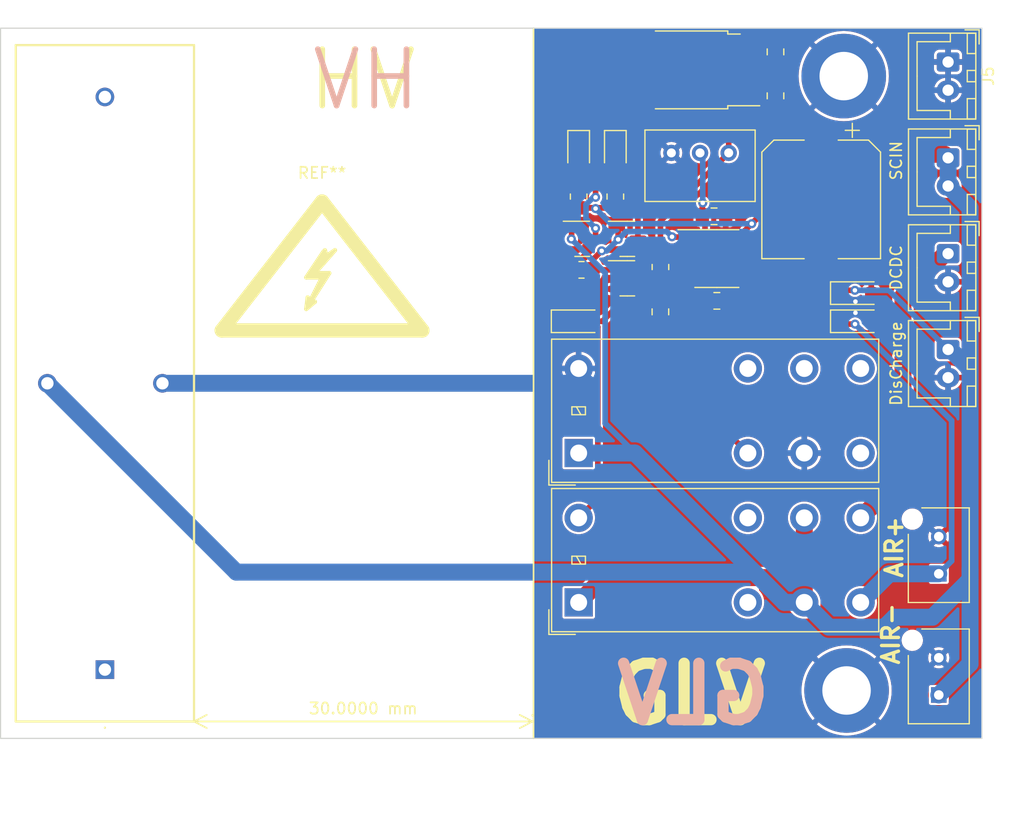
<source format=kicad_pcb>
(kicad_pcb (version 20221018) (generator pcbnew)
  (layers (0 "F.Cu" signal) (31 "B.Cu" signal) (34 "B.Paste" user) (35 "F.Paste" user) (36 "B.SilkS" user "B.Silkscreen") (37 "F.SilkS" user "F.Silkscreen") (38 "B.Mask" user) (39 "F.Mask" user) (44 "Edge.Cuts" user))
  (net 0 "")
  (net 1 "GND")
  (net 2 "Discharge")
  (net 3 "Net-(U1A--)")
  (net 4 "Net-(D1-A)")
  (net 5 "Net-(D2-K)")
  (net 6 "Net-(D2-A)")
  (net 7 "SC_IN")
  (net 8 "Net-(D3-K)")
  (net 9 "Net-(D3-A)")
  (net 12 "Net-(Q1-G)")
  (net 15 "AIR+")
  (net 20 "DCDC_CRTL")
  (net 21 "+5V")
  (footprint "LED_SMD:LED_0805_2012Metric_Pad1.15x1.40mm_HandSolder" (layer "F.Cu") (at 74.5 105.9375 -90)
    (fp_text reference "D2" hide)
    (fp_text value "RED")
    (pad "1" smd roundrect (at -1.025 0 270) (size 1.15 1.4) (layers "F.Cu" "F.Paste" "F.Mask") (roundrect_rratio 0.217391) (net 5 "Net-(D2-K)"))
    (pad "2" smd roundrect (at 1.025 0 270) (size 1.15 1.4) (layers "F.Cu" "F.Paste" "F.Mask") (roundrect_rratio 0.217391) (net 6 "Net-(D2-A)"))
  )
  (footprint "Capacitor_SMD:CP_Elec_10x10" (layer "F.Cu") (at 92.75 110.1875 -90)
    (fp_text reference "C2" hide)
    (fp_text value "100u")
    (pad "1" smd roundrect (at -4 0 270) (size 4 2.5) (layers "F.Cu" "F.Paste" "F.Mask") (roundrect_rratio 0.1) (net 7 "SC_IN"))
    (pad "2" smd roundrect (at 4 0 270) (size 4 2.5) (layers "F.Cu" "F.Paste" "F.Mask") (roundrect_rratio 0.1) (net 1 "GND"))
  )
  (footprint "Potentiometer_THT:Potentiometer_Bourns_3299W_Vertical" (layer "F.Cu") (at 84.55 106.0625)
    (fp_text reference "RV1" hide)
    (fp_text value "R_Potentiometer")
    (pad "1" thru_hole circle (at 0 0) (size 1.44 1.44) (drill 0.8) (layers "*.Cu" "*.Mask") (net 21 "+5V"))
    (pad "2" thru_hole circle (at -2.54 0) (size 1.44 1.44) (drill 0.8) (layers "*.Cu" "*.Mask") (net 3 "Net-(U1A--)"))
    (pad "3" thru_hole circle (at -5.08 0) (size 1.44 1.44) (drill 0.8) (layers "*.Cu" "*.Mask") (net 1 "GND"))
  )
  (footprint "Resistor_SMD:R_0805_2012Metric_Pad1.20x1.40mm_HandSolder" (layer "F.Cu") (at 78.5 116.1875 -90)
    (fp_text reference "R7" hide)
    (fp_text value "10k")
    (pad "1" smd roundrect (at -1 0 270) (size 1.2 1.4) (layers "F.Cu" "F.Paste" "F.Mask") (roundrect_rratio 0.208333) (net 21 "+5V"))
    (pad "2" smd roundrect (at 1 0 270) (size 1.2 1.4) (layers "F.Cu" "F.Paste" "F.Mask") (roundrect_rratio 0.208333) (net 2 "Discharge"))
  )
  (footprint "Package_TO_SOT_SMD:TO-252-3_TabPin2" (layer "F.Cu") (at 81.16 98.7 180)
    (fp_text reference "U2" hide)
    (fp_text value "L7805")
    (pad "1" smd roundrect (at -5.04 -2.28 180) (size 2.2 1.2) (layers "F.Cu" "F.Paste" "F.Mask") (roundrect_rratio 0.208333) (net 7 "SC_IN"))
    (pad "2" smd roundrect (at -5.04 0 180) (size 2.2 1.2) (layers "F.Cu" "F.Paste" "F.Mask") (roundrect_rratio 0.208333) (net 1 "GND"))
    (pad "2" smd roundrect (at -0.415 -1.525 180) (size 3.05 2.75) (layers "F.Cu" "F.Paste") (roundrect_rratio 0.090909) (net 1 "GND"))
    (pad "2" smd roundrect (at -0.415 1.525 180) (size 3.05 2.75) (layers "F.Cu" "F.Paste") (roundrect_rratio 0.090909) (net 1 "GND"))
    (pad "2" smd roundrect (at 1.26 0 180) (size 6.4 5.8) (layers "F.Cu" "F.Mask") (roundrect_rratio 0.043103) (net 1 "GND"))
    (pad "2" smd roundrect (at 2.935 -1.525 180) (size 3.05 2.75) (layers "F.Cu" "F.Paste") (roundrect_rratio 0.090909) (net 1 "GND"))
    (pad "2" smd roundrect (at 2.935 1.525 180) (size 3.05 2.75) (layers "F.Cu" "F.Paste") (roundrect_rratio 0.090909) (net 1 "GND"))
    (pad "3" smd roundrect (at -5.04 2.28 180) (size 2.2 1.2) (layers "F.Cu" "F.Paste" "F.Mask") (roundrect_rratio 0.208333) (net 21 "+5V"))
  )
  (footprint "SamacSys_Parts:DBT72410" (layer "F.Cu") (at 29.25 151.9 90)
    (fp_text reference "K1" hide)
    (fp_text value "DBT72410" hide)
    (pad "1" thru_hole rect (at 0 0 90) (size 1.65 1.65) (drill 1.1) (layers "*.Cu" "*.Mask"))
    (pad "2" thru_hole circle (at 50.8 0 90) (size 1.65 1.65) (drill 1.1) (layers "*.Cu" "*.Mask"))
    (pad "3" thru_hole circle (at 25.4 5.1 90) (size 1.65 1.65) (drill 1.1) (layers "*.Cu" "*.Mask") (net 1 "GND"))
    (pad "4" thru_hole circle (at 25.4 -5.1 90) (size 1.65 1.65) (drill 1.1) (layers "*.Cu" "*.Mask") (net 7 "SC_IN"))
  )
  (footprint "Capacitor_SMD:C_0805_2012Metric_Pad1.18x1.45mm_HandSolder" (layer "F.Cu") (at 78.495 120.1625 -90)
    (fp_text reference "C1" hide)
    (fp_text value "10u")
    (pad "1" smd roundrect (at -1.0375 0 270) (size 1.175 1.45) (layers "F.Cu" "F.Paste" "F.Mask") (roundrect_rratio 0.212766) (net 2 "Discharge"))
    (pad "2" smd roundrect (at 1.0375 0 270) (size 1.175 1.45) (layers "F.Cu" "F.Paste" "F.Mask") (roundrect_rratio 0.212766) (net 1 "GND"))
  )
  (footprint "Diode_SMD:D_SOD-123F" (layer "F.Cu") (at 95.7875 121)
    (fp_text reference "D5" hide)
    (fp_text value "1N4001")
    (pad "1" smd roundrect (at -1.4 0) (size 1.1 1.1) (layers "F.Cu" "F.Paste" "F.Mask") (roundrect_rratio 0.2272727273) (net 15 "AIR+"))
    (pad "2" smd roundrect (at 1.4 0) (size 1.1 1.1) (layers "F.Cu" "F.Paste" "F.Mask") (roundrect_rratio 0.2272727273) (net 1 "GND"))
  )
  (footprint "Package_TO_SOT_SMD:SOT-23" (layer "F.Cu") (at 75.5625 117.1875)
    (fp_text reference "Q1" hide)
    (fp_text value "2N7002")
    (pad "1" smd roundrect (at -0.9375 -0.95) (size 1.475 0.6) (layers "F.Cu" "F.Paste" "F.Mask") (net 12 "Net-(Q1-G)"))
    (pad "2" smd roundrect (at -0.9375 0.95) (size 1.475 0.6) (layers "F.Cu" "F.Paste" "F.Mask") (net 1 "GND"))
    (pad "3" smd roundrect (at 0.9375 0) (size 1.475 0.6) (layers "F.Cu" "F.Paste" "F.Mask") (net 4 "Net-(D1-A)"))
  )
  (footprint "Connector_JST:JST_XH_B2B-XH-A_1x02_P2.50mm_Vertical" (layer "F.Cu") (at 104 123.5 -90)
    (fp_text reference "J7" hide)
    (fp_text value "DisCharge" (at 1.25 4.6 -90) (layer "F.SilkS"))
    (pad "1" thru_hole roundrect (at 0 0 270) (size 1.7 2) (drill 1) (layers "*.Cu" "*.Mask") (roundrect_rratio 0.147059) (net 7 "SC_IN"))
    (pad "2" thru_hole oval (at 2.5 0 270) (size 1.7 2) (drill 1) (layers "*.Cu" "*.Mask") (net 1 "GND"))
  )
  (footprint "Diode_SMD:D_SOD-123F" (layer "F.Cu") (at 95.7875 118.5)
    (fp_text reference "D4" hide)
    (fp_text value "1N4001")
    (pad "1" smd roundrect (at -1.4 0) (size 1.1 1.1) (layers "F.Cu" "F.Paste" "F.Mask") (roundrect_rratio 0.2272727273) (net 7 "SC_IN"))
    (pad "2" smd roundrect (at 1.4 0) (size 1.1 1.1) (layers "F.Cu" "F.Paste" "F.Mask") (roundrect_rratio 0.2272727273) (net 1 "GND"))
  )
  (footprint "Relay_THT:Relay_DPDT_Omron_G2RL" (layer "F.Cu") (at 71.25 132.6875)
    (fp_text reference "RL2" hide)
    (fp_text value "G2RL-24-DC24")
    (pad "1" thru_hole rect (at 0 0 90) (size 2.5 2.5) (drill 1.5) (layers "*.Cu" "*.Mask") (net 7 "SC_IN"))
    (pad "2" thru_hole oval (at 15 0 90) (size 2.5 2.5) (drill 1.5) (layers "*.Cu" "*.Mask") (net 2 "Discharge"))
    (pad "3" thru_hole oval (at 20 0 90) (size 2.5 2.5) (drill 1.5) (layers "*.Cu" "*.Mask") (net 1 "GND"))
    (pad "4" thru_hole oval (at 25 0 90) (size 2.5 2.5) (drill 1.5) (layers "*.Cu" "*.Mask"))
    (pad "5" thru_hole oval (at 25 -7.5 90) (size 2.5 2.5) (drill 1.5) (layers "*.Cu" "*.Mask"))
    (pad "6" thru_hole oval (at 20 -7.5 90) (size 2.5 2.5) (drill 1.5) (layers "*.Cu" "*.Mask"))
    (pad "7" thru_hole oval (at 15 -7.5 90) (size 2.5 2.5) (drill 1.5) (layers "*.Cu" "*.Mask"))
    (pad "8" thru_hole oval (at 0 -7.5 90) (size 2.5 2.5) (drill 1.5) (layers "*.Cu" "*.Mask") (net 1 "GND"))
  )
  (footprint "Resistor_SMD:R_0805_2012Metric_Pad1.20x1.40mm_HandSolder" (layer "F.Cu") (at 74.5 109.9375 90)
    (fp_text reference "R4" hide)
    (fp_text value "3.9k")
    (pad "1" smd roundrect (at -1 0 90) (size 1.2 1.4) (layers "F.Cu" "F.Paste" "F.Mask") (roundrect_rratio 0.208333) (net 7 "SC_IN"))
    (pad "2" smd roundrect (at 1 0 90) (size 1.2 1.4) (layers "F.Cu" "F.Paste" "F.Mask") (roundrect_rratio 0.208333) (net 6 "Net-(D2-A)"))
  )
  (footprint "Package_SO:SOIC-8_3.9x4.9mm_P1.27mm" (layer "F.Cu") (at 83.5 115.4375)
    (fp_text reference "U1" hide)
    (fp_text value "LM393")
    (pad "1" smd roundrect (at -2.475 -1.905) (size 1.95 0.6) (layers "F.Cu" "F.Paste" "F.Mask") (net 12 "Net-(Q1-G)"))
    (pad "2" smd roundrect (at -2.475 -0.635) (size 1.95 0.6) (layers "F.Cu" "F.Paste" "F.Mask") (net 3 "Net-(U1A--)"))
    (pad "3" smd roundrect (at -2.475 0.635) (size 1.95 0.6) (layers "F.Cu" "F.Paste" "F.Mask") (net 2 "Discharge"))
    (pad "4" smd roundrect (at -2.475 1.905) (size 1.95 0.6) (layers "F.Cu" "F.Paste" "F.Mask") (net 1 "GND"))
    (pad "5" smd roundrect (at 2.475 1.905) (size 1.95 0.6) (layers "F.Cu" "F.Paste" "F.Mask"))
    (pad "6" smd roundrect (at 2.475 0.635) (size 1.95 0.6) (layers "F.Cu" "F.Paste" "F.Mask"))
    (pad "7" smd roundrect (at 2.475 -0.635) (size 1.95 0.6) (layers "F.Cu" "F.Paste" "F.Mask"))
    (pad "8" smd roundrect (at 2.475 -1.905) (size 1.95 0.6) (layers "F.Cu" "F.Paste" "F.Mask") (net 7 "SC_IN"))
  )
  (footprint "Diode_SMD:D_SOD-123F" (layer "F.Cu") (at 71.0375 121)
    (fp_text reference "D1" hide)
    (fp_text value "1N4001")
    (pad "1" smd roundrect (at -1.4 0) (size 1.1 1.1) (layers "F.Cu" "F.Paste" "F.Mask") (roundrect_rratio 0.2272727273) (net 7 "SC_IN"))
    (pad "2" smd roundrect (at 1.4 0) (size 1.1 1.1) (layers "F.Cu" "F.Paste" "F.Mask") (roundrect_rratio 0.2272727273) (net 4 "Net-(D1-A)"))
  )
  (footprint "MountingHole:MountingHole_4.3mm_M4_DIN965_Pad_TopBottom" (layer "F.Cu") (at 94.75 99.25)
    (fp_text reference "H4" hide)
    (fp_text value "MountingHole_Pad")
    (pad "1" thru_hole circle (at 0 0) (size 4.7 4.7) (drill 4.3) (layers "*.Cu" "*.Mask") (net 1 "GND"))
    (pad "1" connect circle (at 0 0) (size 7.5 7.5) (layers "F.Cu" "F.Mask") (net 1 "GND"))
    (pad "1" connect circle (at 0 0) (size 7.5 7.5) (layers "B.Cu" "B.Mask") (net 1 "GND"))
  )
  (footprint "MountingHole:MountingHole_4.3mm_M4_DIN965" (layer "F.Cu") (at 42.5 153.75)
    (fp_text reference "H2" hide)
    (fp_text value "MountingHole")
    (pad "" np_thru_hole circle (at 0 0) (size 4.3 4.3) (drill 4.3) (layers "*.Cu" "*.Mask"))
  )
  (footprint "SamacSys_Parts:DF33C2P33DSA24" (layer "F.Cu") (at 103.175 143.4 90)
    (fp_text reference "J8" hide)
    (fp_text value "AIR+" hide)
    (pad "" np_thru_hole circle (at 4.85 -2.35 90) (size 1.4 1.4) (drill 1.4) (layers "*.Cu" "*.Mask"))
    (pad "1" thru_hole rect (at 0 0 90) (size 1.381 1.381) (drill 0.85) (layers "*.Cu" "*.Mask") (net 15 "AIR+"))
    (pad "2" thru_hole circle (at 3.3 0 90) (size 1.381 1.381) (drill 0.85) (layers "*.Cu" "*.Mask") (net 1 "GND"))
  )
  (footprint "Package_TO_SOT_SMD:SOT-23" (layer "F.Cu") (at 71.5625 113.6875)
    (fp_text reference "Q2" hide)
    (fp_text value "2N7002")
    (pad "1" smd roundrect (at -0.9375 -0.95) (size 1.475 0.6) (layers "F.Cu" "F.Paste" "F.Mask") (net 7 "SC_IN"))
    (pad "2" smd roundrect (at -0.9375 0.95) (size 1.475 0.6) (layers "F.Cu" "F.Paste" "F.Mask") (net 1 "GND"))
    (pad "3" smd roundrect (at 0.9375 0) (size 1.475 0.6) (layers "F.Cu" "F.Paste" "F.Mask") (net 8 "Net-(D3-K)"))
  )
  (footprint "SamacSys_Parts:DF33C2P33DSA24" (layer "F.Cu") (at 103.175 154.15 90)
    (fp_text reference "J9" hide)
    (fp_text value "AIR-" hide)
    (pad "" np_thru_hole circle (at 4.85 -2.35 90) (size 1.4 1.4) (drill 1.4) (layers "*.Cu" "*.Mask"))
    (pad "1" thru_hole rect (at 0 0 90) (size 1.381 1.381) (drill 0.85) (layers "*.Cu" "*.Mask") (net 7 "SC_IN"))
    (pad "2" thru_hole circle (at 3.3 0 90) (size 1.381 1.381) (drill 0.85) (layers "*.Cu" "*.Mask") (net 1 "GND"))
  )
  (footprint "Capacitor_SMD:C_0805_2012Metric_Pad1.18x1.45mm_HandSolder" (layer "F.Cu") (at 83.5 119.1875 180)
    (fp_text reference "C3" hide)
    (fp_text value "100n")
    (pad "1" smd roundrect (at -1.0375 0 180) (size 1.175 1.45) (layers "F.Cu" "F.Paste" "F.Mask") (roundrect_rratio 0.212766) (net 7 "SC_IN"))
    (pad "2" smd roundrect (at 1.0375 0 180) (size 1.175 1.45) (layers "F.Cu" "F.Paste" "F.Mask") (roundrect_rratio 0.212766) (net 1 "GND"))
  )
  (footprint "Resistor_SMD:R_0805_2012Metric_Pad1.20x1.40mm_HandSolder" (layer "F.Cu") (at 71.5 116.4375)
    (fp_text reference "R6" hide)
    (fp_text value "10k")
    (pad "1" smd roundrect (at -1 0) (size 1.2 1.4) (layers "F.Cu" "F.Paste" "F.Mask") (roundrect_rratio 0.208333) (net 7 "SC_IN"))
    (pad "2" smd roundrect (at 1 0) (size 1.2 1.4) (layers "F.Cu" "F.Paste" "F.Mask") (roundrect_rratio 0.208333) (net 12 "Net-(Q1-G)"))
  )
  (footprint "MountingHole:MountingHole_4.3mm_M4_DIN965" (layer "F.Cu") (at 42.5 99.25)
    (fp_text reference "H1" hide)
    (fp_text value "MountingHole")
    (pad "" np_thru_hole circle (at 0 0) (size 4.3 4.3) (drill 4.3) (layers "*.Cu" "*.Mask"))
  )
  (footprint "MountingHole:MountingHole_4.3mm_M4_DIN965_Pad_TopBottom" (layer "F.Cu") (at 95 153.75)
    (fp_text reference "H3" hide)
    (fp_text value "MountingHole_Pad")
    (pad "1" thru_hole circle (at 0 0) (size 4.7 4.7) (drill 4.3) (layers "*.Cu" "*.Mask") (net 1 "GND"))
    (pad "1" connect circle (at 0 0) (size 7.5 7.5) (layers "F.Cu" "F.Mask") (net 1 "GND"))
    (pad "1" connect circle (at 0 0) (size 7.5 7.5) (layers "B.Cu" "B.Mask") (net 1 "GND"))
  )
  (footprint "Connector_JST:JST_XH_B2B-XH-A_1x02_P2.50mm_Vertical" (layer "F.Cu") (at 104 106.5 -90)
    (fp_text reference "J4" hide)
    (fp_text value "SCIN" (at 0.25 4.6 -90) (layer "F.SilkS"))
    (pad "1" thru_hole roundrect (at 0 0 270) (size 1.7 2) (drill 1) (layers "*.Cu" "*.Mask") (roundrect_rratio 0.147059) (net 7 "SC_IN"))
    (pad "2" thru_hole oval (at 2.5 0 270) (size 1.7 2) (drill 1) (layers "*.Cu" "*.Mask") (net 7 "SC_IN"))
  )
  (footprint "Capacitor_SMD:C_0805_2012Metric_Pad1.18x1.45mm_HandSolder" (layer "F.Cu") (at 88.7 101 90)
    (fp_text reference "C6" hide)
    (fp_text value "10u")
    (pad "1" smd roundrect (at -1.0375 0 90) (size 1.175 1.45) (layers "F.Cu" "F.Paste" "F.Mask") (roundrect_rratio 0.212766) (net 7 "SC_IN"))
    (pad "2" smd roundrect (at 1.0375 0 90) (size 1.175 1.45) (layers "F.Cu" "F.Paste" "F.Mask") (roundrect_rratio 0.212766) (net 1 "GND"))
  )
  (footprint "Resistor_SMD:R_0805_2012Metric_Pad1.20x1.40mm_HandSolder" (layer "F.Cu") (at 71.25 109.9375 90)
    (fp_text reference "R5" hide)
    (fp_text value "3.9k")
    (pad "1" smd roundrect (at -1 0 90) (size 1.2 1.4) (layers "F.Cu" "F.Paste" "F.Mask") (roundrect_rratio 0.208333) (net 7 "SC_IN"))
    (pad "2" smd roundrect (at 1 0 90) (size 1.2 1.4) (layers "F.Cu" "F.Paste" "F.Mask") (roundrect_rratio 0.208333) (net 9 "Net-(D3-A)"))
  )
  (footprint "Capacitor_SMD:C_0805_2012Metric_Pad1.18x1.45mm_HandSolder" (layer "F.Cu") (at 83.25 111.6875)
    (fp_text reference "C4" hide)
    (fp_text value "10n")
    (pad "1" smd roundrect (at -1.0375 0) (size 1.175 1.45) (layers "F.Cu" "F.Paste" "F.Mask") (roundrect_rratio 0.212766) (net 3 "Net-(U1A--)"))
    (pad "2" smd roundrect (at 1.0375 0) (size 1.175 1.45) (layers "F.Cu" "F.Paste" "F.Mask") (roundrect_rratio 0.212766) (net 1 "GND"))
  )
  (footprint "LED_SMD:LED_0805_2012Metric_Pad1.15x1.40mm_HandSolder" (layer "F.Cu") (at 71.25 105.9375 -90)
    (fp_text reference "D3" hide)
    (fp_text value "GREEN")
    (pad "1" smd roundrect (at -1.025 0 270) (size 1.15 1.4) (layers "F.Cu" "F.Paste" "F.Mask") (roundrect_rratio 0.217391) (net 8 "Net-(D3-K)"))
    (pad "2" smd roundrect (at 1.025 0 270) (size 1.15 1.4) (layers "F.Cu" "F.Paste" "F.Mask") (roundrect_rratio 0.217391) (net 9 "Net-(D3-A)"))
  )
  (footprint "Connector_JST:JST_XH_B2B-XH-A_1x02_P2.50mm_Vertical" (layer "F.Cu") (at 104 115 -90)
    (fp_text reference "J6" hide)
    (fp_text value "DCDC" (at 1.25 4.6 -90) (layer "F.SilkS"))
    (pad "1" thru_hole roundrect (at 0 0 270) (size 1.7 2) (drill 1) (layers "*.Cu" "*.Mask") (roundrect_rratio 0.147059) (net 20 "DCDC_CRTL"))
    (pad "2" thru_hole oval (at 2.5 0 270) (size 1.7 2) (drill 1) (layers "*.Cu" "*.Mask") (net 1 "GND"))
  )
  (footprint "Package_TO_SOT_SMD:SOT-23" (layer "F.Cu") (at 75.5625 113.6875)
    (fp_text reference "Q3" hide)
    (fp_text value "2N7002")
    (pad "1" smd roundrect (at -0.9375 -0.95) (size 1.475 0.6) (layers "F.Cu" "F.Paste" "F.Mask") (net 12 "Net-(Q1-G)"))
    (pad "2" smd roundrect (at -0.9375 0.95) (size 1.475 0.6) (layers "F.Cu" "F.Paste" "F.Mask") (net 1 "GND"))
    (pad "3" smd roundrect (at 0.9375 0) (size 1.475 0.6) (layers "F.Cu" "F.Paste" "F.Mask") (net 5 "Net-(D2-K)"))
  )
  (footprint "Capacitor_SMD:C_0805_2012Metric_Pad1.18x1.45mm_HandSolder" (layer "F.Cu") (at 88.7 97.1 -90)
    (fp_text reference "C5" hide)
    (fp_text value "10u")
    (pad "1" smd roundrect (at -1.0375 0 270) (size 1.175 1.45) (layers "F.Cu" "F.Paste" "F.Mask") (roundrect_rratio 0.212766) (net 21 "+5V"))
    (pad "2" smd roundrect (at 1.0375 0 270) (size 1.175 1.45) (layers "F.Cu" "F.Paste" "F.Mask") (roundrect_rratio 0.212766) (net 1 "GND"))
  )
  (footprint "Connector_JST:JST_XH_B2B-XH-A_1x02_P2.50mm_Vertical" (layer "F.Cu") (at 104 98 -90)
    (fp_text reference "J5" (at 1.25 -3.55 90) (layer "F.SilkS"))
    (fp_text value "GND")
    (pad "1" thru_hole roundrect (at 0 0 270) (size 1.7 2) (drill 1) (layers "*.Cu" "*.Mask") (roundrect_rratio 0.147059) (net 1 "GND"))
    (pad "2" thru_hole oval (at 2.5 0 270) (size 1.7 2) (drill 1) (layers "*.Cu" "*.Mask") (net 1 "GND"))
  )
  (footprint "Personal:Symbol_Highvoltage_Type2_CopperTop_Small" (layer "F.Cu") (at 48.5 118)
    (fp_text reference "REF**" (at 0 -10.16) (layer "F.SilkS"))
    (fp_text value "Symbol_Highvoltage_Type2_CopperTop_Small")
  )
  (footprint "Relay_THT:Relay_DPDT_Omron_G2RL" (layer "F.Cu") (at 71.25 145.9375)
    (fp_text reference "RL1" hide)
    (fp_text value "G2RL-24-DC24")
    (pad "1" thru_hole rect (at 0 0 90) (size 2.5 2.5) (drill 1.5) (layers "*.Cu" "*.Mask") (net 7 "SC_IN"))
    (pad "2" thru_hole oval (at 15 0 90) (size 2.5 2.5) (drill 1.5) (layers "*.Cu" "*.Mask"))
    (pad "3" thru_hole oval (at 20 0 90) (size 2.5 2.5) (drill 1.5) (layers "*.Cu" "*.Mask") (net 7 "SC_IN"))
    (pad "4" thru_hole oval (at 25 0 90) (size 2.5 2.5) (drill 1.5) (layers "*.Cu" "*.Mask") (net 15 "AIR+"))
    (pad "5" thru_hole oval (at 25 -7.5 90) (size 2.5 2.5) (drill 1.5) (layers "*.Cu" "*.Mask") (net 20 "DCDC_CRTL"))
    (pad "6" thru_hole oval (at 20 -7.5 90) (size 2.5 2.5) (drill 1.5) (layers "*.Cu" "*.Mask") (net 7 "SC_IN"))
    (pad "7" thru_hole oval (at 15 -7.5 90) (size 2.5 2.5) (drill 1.5) (layers "*.Cu" "*.Mask"))
    (pad "8" thru_hole oval (at 0 -7.5 90) (size 2.5 2.5) (drill 1.5) (layers "*.Cu" "*.Mask") (net 4 "Net-(D1-A)"))
  )
  (gr_line (start 67.25 158) (end 67.25 95) (stroke (width 0.15)) (layer "F.SilkS"))
  (gr_rect (start 20 95) (end 107 158) (stroke (width 0.1)) (fill none) (layer "Edge.Cuts"))
  (gr_text "GLV" (at 88.75 157) (layer "B.SilkS") (effects (font (size 5 5) (thickness 1) bold) (justify left bottom mirror)))
  (gr_text "HV" (at 57.5 102.5) (layer "B.SilkS") (effects (font (size 5 5) (thickness 0.5)) (justify left bottom mirror)))
  (gr_text "HV" (at 47 102.5) (layer "F.SilkS") (effects (font (size 5 5) (thickness 0.5)) (justify left bottom)))
  (gr_text "AIR-" (at 99.8 151.6 90) (layer "F.SilkS") (effects (font (size 1.5 1.5) (thickness 0.3) bold) (justify left bottom)))
  (gr_text "GLV" (at 73.75 157) (layer "F.SilkS") (effects (font (size 5 5) (thickness 1) bold) (justify left bottom)))
  (gr_text "AIR+" (at 100.1 143.9 90) (layer "F.SilkS") (effects (font (size 1.5 1.5) (thickness 0.3) bold) (justify left bottom)))
  (dimension (type aligned) (layer "F.SilkS") (pts (xy 37.15 156.5) (xy 67.15 156.5)) (height 0) (gr_text "30.0000 mm" (at 52.15 155.35) (layer "F.SilkS") (effects (font (size 1 1) (thickness 0.15)))) (format (prefix "") (suffix "") (units 3) (units_format 1) (precision 4)) (style (thickness 0.15) (arrow_length 1.27) (text_position_mode 0) (extension_height 0.58642) (extension_offset 0.5) keep_text_aligned))
  (via (at 95.7875 120.25) (size 0.8) (drill 0.4) (layers "F.Cu" "B.Cu") (net 1))
  (via (at 95.7875 119.25) (size 0.8) (drill 0.4) (layers "F.Cu" "B.Cu") (net 1))
  (segment (start 34.35 126.5) (end 72 126.5) (width 1.5) (layer "B.Cu") (net 1))
  (segment (start 78.495 117.1925) (end 78.5 117.1875) (width 0.5) (layer "F.Cu") (net 2))
  (segment (start 79.615 116.0725) (end 81.025 116.0725) (width 0.5) (layer "F.Cu") (net 2))
  (segment (start 79.67 126.1075) (end 79.67 120.3) (width 0.5) (layer "F.Cu") (net 2))
  (segment (start 78.5 117.1875) (end 79.615 116.0725) (width 0.5) (layer "F.Cu") (net 2))
  (segment (start 79.67 120.3) (end 78.495 119.125) (width 0.5) (layer "F.Cu") (net 2))
  (segment (start 78.495 119.125) (end 78.495 117.1925) (width 0.5) (layer "F.Cu") (net 2))
  (segment (start 86.25 132.6875) (end 79.67 126.1075) (width 0.5) (layer "F.Cu") (net 2))
  (segment (start 81.578528 114.8025) (end 82.45 113.931028) (width 0.5) (layer "F.Cu") (net 3))
  (segment (start 82.2125 111.6875) (end 82.2125 110.5375) (width 0.5) (layer "F.Cu") (net 3))
  (segment (start 82.2125 110.5375) (end 82.25 110.5) (width 0.5) (layer "F.Cu") (net 3))
  (segment (start 81.025 114.8025) (end 81.578528 114.8025) (width 0.5) (layer "F.Cu") (net 3))
  (segment (start 82.45 113.931028) (end 82.45 111.925) (width 0.5) (layer "F.Cu") (net 3))
  (segment (start 82.45 111.925) (end 82.2125 111.6875) (width 0.5) (layer "F.Cu") (net 3))
  (via (at 82.25 110.5) (size 0.8) (drill 0.4) (layers "F.Cu" "B.Cu") (net 3))
  (segment (start 82.25 106.3025) (end 82.01 106.0625) (width 0.5) (layer "B.Cu") (net 3))
  (segment (start 82.25 110.5) (end 82.25 106.3025) (width 0.5) (layer "B.Cu") (net 3))
  (segment (start 72.4375 121) (end 72.95 121.5125) (width 0.5) (layer "F.Cu") (net 4))
  (segment (start 72.95 121.5125) (end 72.95 136.7375) (width 0.5) (layer "F.Cu") (net 4))
  (segment (start 73.348528 121) (end 76.5 117.848528) (width 0.5) (layer "F.Cu") (net 4))
  (segment (start 72.4375 121) (end 73.348528 121) (width 0.5) (layer "F.Cu") (net 4))
  (segment (start 72.95 136.7375) (end 71.25 138.4375) (width 0.5) (layer "F.Cu") (net 4))
  (segment (start 76.5 117.848528) (end 76.5 117.1875) (width 0.5) (layer "F.Cu") (net 4))
  (segment (start 76.5 106.9125) (end 74.5 104.9125) (width 0.5) (layer "F.Cu") (net 5))
  (segment (start 76.5 113.6875) (end 76.5 106.9125) (width 0.5) (layer "F.Cu") (net 5))
  (segment (start 74.5 108.9375) (end 74.5 106.9625) (width 0.5) (layer "F.Cu") (net 6))
  (segment (start 92.75 106.1875) (end 96.3 106.1875) (width 1.5) (layer "F.Cu") (net 7))
  (segment (start 70.838972 110.9375) (end 74.5 110.9375) (width 0.5) (layer "F.Cu") (net 7))
  (segment (start 69.4375 112.338972) (end 69.4375 120.8) (width 0.5) (layer "F.Cu") (net 7))
  (segment (start 86.59375 112.34375) (end 92.75 106.1875) (width 0.5) (layer "F.Cu") (net 7))
  (segment (start 84.5375 114.416472) (end 85.421472 113.5325) (width 0.5) (layer "F.Cu") (net 7))
  (segment (start 70.625 112.7375) (end 70.625 113.675) (width 0.5) (layer "F.Cu") (net 7))
  (segment (start 69.4375 112.338972) (end 69.4375 115.375) (width 0.5) (layer "F.Cu") (net 7))
  (segment (start 94.3875 118.5) (end 94.635756 118.251744) (width 0.5) (layer "F.Cu") (net 7))
  (segment (start 70.625 113.675) (end 70.6 113.7) (width 0.5) (layer "F.Cu") (net 7))
  (segment (start 72.75 111) (end 72.8125 110.9375) (width 0.5) (layer "F.Cu") (net 7))
  (segment (start 94.635756 118.251744) (end 95.737587 118.251744) (width 0.5) (layer "F.Cu") (net 7))
  (segment (start 71.25 110.9375) (end 72.6875 110.9375) (width 0.5) (layer "F.Cu") (net 7))
  (segment (start 89.05 143.7375) (end 84.3 143.7375) (width 1.5) (layer "F.Cu") (net 7))
  (segment (start 84.5375 119.1875) (end 84.5375 114.416472) (width 0.5) (layer "F.Cu") (net 7))
  (segment (start 73.45 143.7375) (end 84.3 143.7375) (width 1.5) (layer "F.Cu") (net 7))
  (segment (start 92.85 106.1875) (end 88.7 102.0375) (width 1.5) (layer "F.Cu") (net 7))
  (segment (start 72.8125 110.9375) (end 74.5 110.9375) (width 0.5) (layer "F.Cu") (net 7))
  (segment (start 96.3 106.1875) (end 103.6875 106.1875) (width 1.5) (layer "F.Cu") (net 7))
  (segment (start 85.975 112.9625) (end 92.75 106.1875) (width 0.5) (layer "F.Cu") (net 7))
  (segment (start 84.3 143.7375) (end 85.95 143.7375) (width 1.5) (layer "F.Cu") (net 7))
  (segment (start 87.2575 102.0375) (end 88.7 102.0375) (width 1.5) (layer "F.Cu") (net 7))
  (segment (start 72.6875 110.9375) (end 72.75 111) (width 0.5) (layer "F.Cu") (net 7))
  (segment (start 103.6875 106.1875) (end 104 106.5) (width 1.5) (layer "F.Cu") (net 7))
  (segment (start 91.25 145.9375) (end 91.25 138.4375) (width 1.5) (layer "F.Cu") (net 7))
  (segment (start 85.421472 113.5325) (end 85.975 113.5325) (width 0.5) (layer "F.Cu") (net 7))
  (segment (start 85.975 113.5325) (end 85.975 112.9625) (width 0.5) (layer "F.Cu") (net 7))
  (segment (start 70.838972 110.9375) (end 69.4375 112.338972) (width 0.5) (layer "F.Cu") (net 7))
  (segment (start 96.3 106.1875) (end 92.85 106.1875) (width 1.5) (layer "F.Cu") (net 7))
  (segment (start 86.2 100.98) (end 87.2575 102.0375) (width 1.5) (layer "F.Cu") (net 7))
  (segment (start 91.25 145.9375) (end 89.05 143.7375) (width 1.5) (layer "F.Cu") (net 7))
  (segment (start 69.4375 115.375) (end 70.5 116.4375) (width 0.5) (layer "F.Cu") (net 7))
  (segment (start 69.4375 120.8) (end 69.6375 121) (width 0.5) (layer "F.Cu") (net 7))
  (segment (start 71.25 145.9375) (end 73.45 143.7375) (width 1.5) (layer "F.Cu") (net 7))
  (via (at 95.737587 118.251744) (size 0.8) (drill 0.4) (layers "F.Cu" "B.Cu") (net 7))
  (via (at 86.59375 112.34375) (size 0.8) (drill 0.4) (layers "F.Cu" "B.Cu") (net 7))
  (via (at 70.6 113.7) (size 0.8) (drill 0.4) (layers "F.Cu" "B.Cu") (net 7))
  (via (at 72.75 111) (size 0.8) (drill 0.4) (layers "F.Cu" "B.Cu") (net 7))
  (segment (start 76.232234 132.6875) (end 71.25 132.6875) (width 1.5) (layer "B.Cu") (net 7))
  (segment (start 105.95 143.906) (end 105.95 143) (width 1.5) (layer "B.Cu") (net 7))
  (segment (start 91.25 145.9375) (end 93.45 148.1375) (width 1.5) (layer "B.Cu") (net 7))
  (segment (start 105.95 125.254416) (end 104.195584 123.5) (width 1.5) (layer "B.Cu") (net 7))
  (segment (start 105.95 125.254416) (end 105.95 110.95) (width 1.5) (layer "B.Cu") (net 7))
  (segment (start 98.25 148.25) (end 99.25 147.25) (width 1.5) (layer "B.Cu") (net 7))
  (segment (start 72.75 111) (end 74.09375 112.34375) (width 0.5) (layer "B.Cu") (net 7))
  (segment (start 105.95 110.95) (end 104 109) (width 1.5) (layer "B.Cu") (net 7))
  (segment (start 86.794734 143.25) (end 40.9 143.25) (width 1.5) (layer "B.Cu") (net 7))
  (segment (start 105.95 151.375) (end 105.95 143) (width 1.5) (layer "B.Cu") (net 7))
  (segment (start 73.6 116.7) (end 73.6 130.055266) (width 0.5) (layer "B.Cu") (net 7))
  (segment (start 104 109) (end 104 106.5) (width 1.5) (layer "B.Cu") (net 7))
  (segment (start 99.25 147.25) (end 102.606 147.25) (width 1.5) (layer "B.Cu") (net 7))
  (segment (start 73.6 130.055266) (end 77.122367 133.577633) (width 0.5) (layer "B.Cu") (net 7))
  (segment (start 98.1375 148.1375) (end 98.25 148.25) (width 1.5) (layer "B.Cu") (net 7))
  (segment (start 93.45 148.1375) (end 98.1375 148.1375) (width 1.5) (layer "B.Cu") (net 7))
  (segment (start 103.175 154.15) (end 105.95 151.375) (width 1.5) (layer "B.Cu") (net 7))
  (segment (start 86.794734 143.25) (end 77.122367 133.577633) (width 1.5) (layer "B.Cu") (net 7))
  (segment (start 40.9 143.25) (end 24.15 126.5) (width 1.5) (layer "B.Cu") (net 7))
  (segment (start 98.751744 118.251744) (end 104 123.5) (width 0.5) (layer "B.Cu") (net 7))
  (segment (start 89.482234 145.9375) (end 86.794734 143.25) (width 1.5) (layer "B.Cu") (net 7))
  (segment (start 70.6 113.7) (end 73.6 116.7) (width 0.5) (layer "B.Cu") (net 7))
  (segment (start 104.195584 123.5) (end 104 123.5) (width 1.5) (layer "B.Cu") (net 7))
  (segment (start 102.606 147.25) (end 105.95 143.906) (width 1.5) (layer "B.Cu") (net 7))
  (segment (start 74.09375 112.34375) (end 86.59375 112.34375) (width 0.5) (layer "B.Cu") (net 7))
  (segment (start 77.122367 133.577633) (end 76.232234 132.6875) (width 1.5) (layer "B.Cu") (net 7))
  (segment (start 105.95 143) (end 105.95 125.254416) (width 1.5) (layer "B.Cu") (net 7))
  (segment (start 91.25 145.9375) (end 89.482234 145.9375) (width 1.5) (layer "B.Cu") (net 7))
  (segment (start 95.737587 118.251744) (end 98.751744 118.251744) (width 0.5) (layer "B.Cu") (net 7))
  (segment (start 72.75 113.4375) (end 72.5 113.6875) (width 0.5) (layer "F.Cu") (net 8))
  (segment (start 72.75 112.75) (end 72.75 113.4375) (width 0.5) (layer "F.Cu") (net 8))
  (segment (start 71.25 104.9125) (end 72.75 106.4125) (width 0.5) (layer "F.Cu") (net 8))
  (segment (start 72.75 106.4125) (end 72.75 110) (width 0.5) (layer "F.Cu") (net 8))
  (via (at 72.75 110) (size 0.8) (drill 0.4) (layers "F.Cu" "B.Cu") (net 8))
  (via (at 72.75 112.75) (size 0.8) (drill 0.4) (layers "F.Cu" "B.Cu") (net 8))
  (segment (start 71.9 111.9) (end 72.75 112.75) (width 0.5) (layer "B.Cu") (net 8))
  (segment (start 72.75 110) (end 72.547918 110) (width 0.5) (layer "B.Cu") (net 8))
  (segment (start 72.547918 110) (end 71.9 110.647918) (width 0.5) (layer "B.Cu") (net 8))
  (segment (start 71.9 110.647918) (end 71.9 111.9) (width 0.5) (layer "B.Cu") (net 8))
  (segment (start 71.25 108.9375) (end 71.25 106.9625) (width 0.5) (layer "F.Cu") (net 9))
  (segment (start 72.5 116.4375) (end 72.5 115.538) (width 0.5) (layer "F.Cu") (net 12))
  (segment (start 74.75 112.8625) (end 74.625 112.7375) (width 0.5) (layer "F.Cu") (net 12))
  (segment (start 79.557 113.5325) (end 79.5245 113.5) (width 0.5) (layer "F.Cu") (net 12))
  (segment (start 74.75 113.738) (end 74.75 112.8625) (width 0.5) (layer "F.Cu") (net 12))
  (segment (start 81.025 113.5325) (end 79.557 113.5325) (width 0.5) (layer "F.Cu") (net 12))
  (segment (start 74.425 116.4375) (end 74.625 116.2375) (width 0.5) (layer "F.Cu") (net 12))
  (segment (start 72.5 116.4375) (end 74.425 116.4375) (width 0.5) (layer "F.Cu") (net 12))
  (segment (start 72.5 115.538) (end 73.288 114.75) (width 0.5) (layer "F.Cu") (net 12))
  (via (at 79.5245 113.5) (size 0.8) (drill 0.4) (layers "F.Cu" "B.Cu") (net 12))
  (via (at 74.75 113.738) (size 0.8) (drill 0.4) (layers "F.Cu" "B.Cu") (net 12))
  (via (at 73.288 114.75) (size 0.8) (drill 0.4) (layers "F.Cu" "B.Cu") (net 12))
  (segment (start 79.5245 113.5) (end 79.06825 113.04375) (width 0.5) (layer "B.Cu") (net 12))
  (segment (start 73.738 114.75) (end 74.75 113.738) (width 0.5) (layer "B.Cu") (net 12))
  (segment (start 75.44425 113.04375) (end 74.75 113.738) (width 0.5) (layer "B.Cu") (net 12))
  (segment (start 79.06825 113.04375) (end 75.44425 113.04375) (width 0.5) (layer "B.Cu") (net 12))
  (segment (start 73.288 114.75) (end 73.738 114.75) (width 0.5) (layer "B.Cu") (net 12))
  (segment (start 94.6375 121.25) (end 95.75 121.25) (width 0.5) (layer "F.Cu") (net 15))
  (segment (start 94.3875 121) (end 94.6375 121.25) (width 0.5) (layer "F.Cu") (net 15))
  (via (at 95.75 121.25) (size 0.8) (drill 0.4) (layers "F.Cu" "B.Cu") (net 15))
  (segment (start 104.3155 142.2595) (end 103.175 143.4) (width 0.5) (layer "B.Cu") (net 15))
  (segment (start 95.75 121.25) (end 104.3155 129.8155) (width 0.5) (layer "B.Cu") (net 15))
  (segment (start 103.175 143.4) (end 98.7875 143.4) (width 1.5) (layer "B.Cu") (net 15))
  (segment (start 98.7875 143.4) (end 96.25 145.9375) (width 1.5) (layer "B.Cu") (net 15))
  (segment (start 104.3155 129.8155) (end 104.3155 142.2595) (width 0.5) (layer "B.Cu") (net 15))
  (segment (start 100 134.6875) (end 100 118.75) (width 1.5) (layer "F.Cu") (net 20))
  (segment (start 103.75 115) (end 104 115) (width 1.5) (layer "F.Cu") (net 20))
  (segment (start 100 118.75) (end 103.75 115) (width 1.5) (layer "F.Cu") (net 20))
  (segment (start 96.25 138.4375) (end 100 134.6875) (width 1.5) (layer "F.Cu") (net 20))
  (segment (start 88.7 96.0625) (end 86.5575 96.0625) (width 0.5) (layer "F.Cu") (net 21))
  (segment (start 84.55 98.07) (end 84.55 106.0625) (width 0.5) (layer "F.Cu") (net 21))
  (segment (start 86.5575 96.0625) (end 86.2 96.42) (width 0.5) (layer "F.Cu") (net 21))
  (segment (start 84.55 106.0625) (end 78.5 112.1125) (width 0.5) (layer "F.Cu") (net 21))
  (segment (start 78.5 112.1125) (end 78.5 115.1875) (width 0.5) (layer "F.Cu") (net 21))
  (segment (start 86.2 96.42) (end 84.55 98.07) (width 0.5) (layer "F.Cu") (net 21))
  (zone (net 1) (net_name "GND") (layers "F&B.Cu") (connect_pads (clearance 0)) (min_thickness 0.25) (fill yes (thermal_gap 0.25) (thermal_bridge_width 0.5))
    (polygon (pts (xy 110.75 92.5) (xy 65.25 92.5) (xy 65.25 165) (xy 110.75 165)))
  )
  (zone (net 0) (net_name "") (layers "F&B.Cu") (connect_pads (clearance 0)) (min_thickness 0.25)
    (keepout (tracks allowed) (vias not_allowed) (pads not_allowed) (copperpour not_allowed) (footprints not_allowed))
    (fill (thermal_gap 0.5) (thermal_bridge_width 0.5))
    (polygon (pts (xy 67.3 159.2) (xy 38.25 159.25) (xy 38.25 94.25) (xy 67.3 94.2)))
  )
)
</source>
